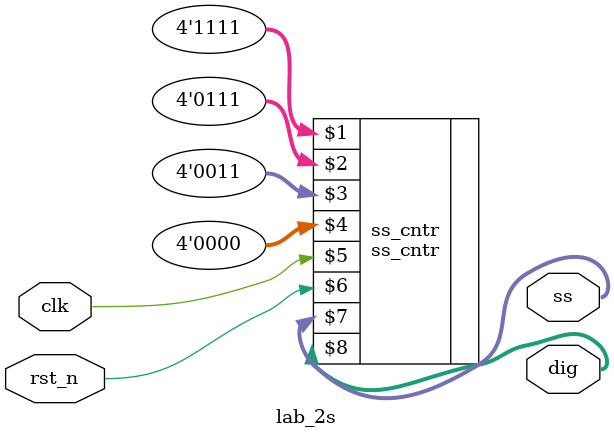
<source format=sv>
module lab_2s 
#(parameter divider = 5000000)
(
	(* altera_attribute = "-name IO_STANDARD \"3.3-V LVCMOS\"", chip_pin = "23" *)
	input clk,
	(* altera_attribute = "-name IO_STANDARD \"2.5-V\"", chip_pin = "64" *)
	input rst_n,
	(* altera_attribute = "-name IO_STANDARD \"3.3-V LVCMOS\"", chip_pin = "84, 76, 85, 77, 86, 133, 87" *)
	output reg [6:0] ss,
	(* altera_attribute = "-name IO_STANDARD \"3.3-V LVCMOS\"", chip_pin = "73, 80, 74, 83" *)
	output reg [4:1] dig
);

ss_cntr #(divider) ss_cntr (4'hF, 4'h7, 4'h3, 4'h0, clk, rst_n, ss, dig);

endmodule

</source>
